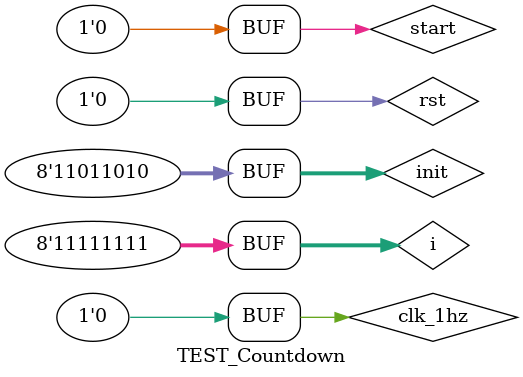
<source format=v>
`timescale 1ns / 1ps


module TEST_Countdown;

	// Inputs
	reg clk_1hz;
	reg rst;
	reg start;
	reg [7:0] init;

	// Outputs
	wire [7:0] t;

	reg [7:0] i=0;
	// Instantiate the Unit Under Test (UUT)
	Countdown uut (
		.clk_1hz(clk_1hz), 
		.rst(rst), 
		.start(start), 
		.init(init), 
		.t(t)
	);

	initial begin
		// Initialize Inputs
		clk_1hz = 0;
		rst = 0;
		start = 0;
		init = 0;

		// Wait 50 ns for global reset to finish
		#50;
        
		// Add stimulus here
		
		init = 218; #50;		
		
		for (i = 0; i < 255; i = i + 1) begin
			#5; clk_1hz = ~clk_1hz;
			if (i == 10) begin
				start = 1; #5; clk_1hz = ~clk_1hz; start = 0;
			end
		end
		
	end
      
endmodule


</source>
